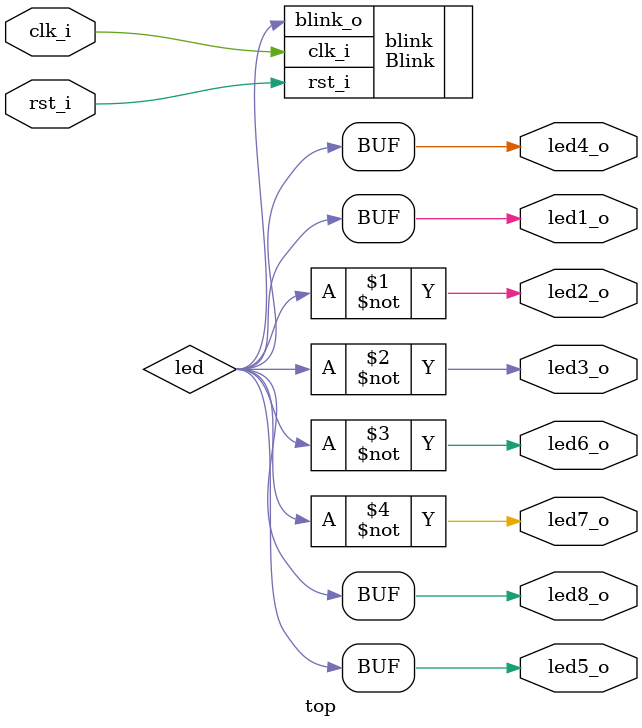
<source format=v>


module top (
//Inputs 
   input wire     clk_i, 
   input wire     rst_i,
//Outputs
   output wire    led1_o,
   output wire    led2_o,
   output wire    led3_o,
   output wire    led4_o,
   output wire    led5_o,
   output wire    led6_o,
   output wire    led7_o,
   output wire    led8_o

   );

//Signals declaration sector
wire led;

//Modules instantiation
   Blink #(
      .FREQUENCY(12_000_000),
      .SECONDS  (1)          
   )
   blink(
      .clk_i   (clk_i),
      .rst_i   (rst_i),
      .blink_o (led)
   );

//Concurrent assigns
assign led1_o = led;
assign led2_o = ~led;
assign led3_o = ~led;
assign led4_o = led;
assign led5_o = led;
assign led6_o = ~led;
assign led7_o = ~led;
assign led8_o = led;
endmodule


</source>
